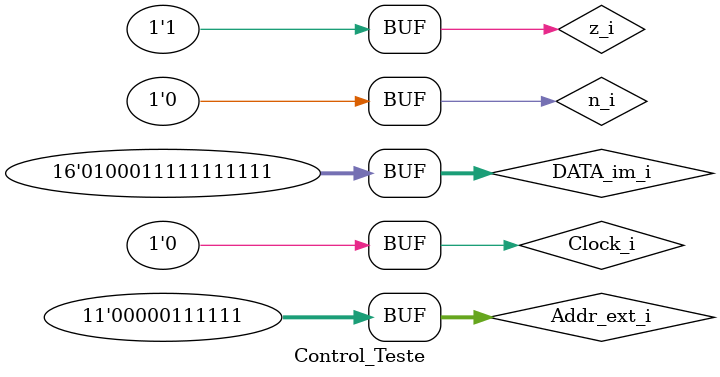
<source format=v>
`timescale 10 ns / 10 ns

module Control_Teste;

//Inputs


//Outputs

reg [10:0] Addr_ext_i;
reg	z_i,n_i;//
wire	SellA_o;//
wire	SellB_o;//
wire	WrAcc_o;//
wire	Op_o;
wire	WrRam_o;//
reg	Clock_i;
reg [15:0]DATA_im_i;
wire	[10:0]DATA_im_o;
wire	[10:0]ADDR_im_o;
//LDA 2
//ADD 1
controle DUT(Addr_ext_i,z_i,n_i,SellA_o,SellB_o,WrAcc_o,Op_o,WrRam_o,Clock_i,DATA_im_i,DATA_im_o,ADDR_im_o);

initial
	begin
		Addr_ext_i= 11'b0; z_i=1'b0;n_i=1'b0;Clock_i=1'b0;DATA_im_i=16'b0;
		#5 Clock_i=1'b0; 
		#5 Clock_i=1'b1; DATA_im_i=16'b0001100000000010; Addr_ext_i=11'b00000000010; //LDI 2
		#5 Clock_i=1'b0;
		#5 Clock_i=1'b1; DATA_im_i=16'b0011100000000001; Addr_ext_i=11'b00000000001; //SUBI 1
		#5 Clock_i=1'b0;
		#5 Clock_i=1'b1;DATA_im_i=16'b0100011111111111; z_i=1'b1;Addr_ext_i=11'b00000111111; //branch
		#5 Clock_i=1'b0; 
		#5 Clock_i=1'b1;
		#5 Clock_i=1'b0; 
	end
	
endmodule

</source>
